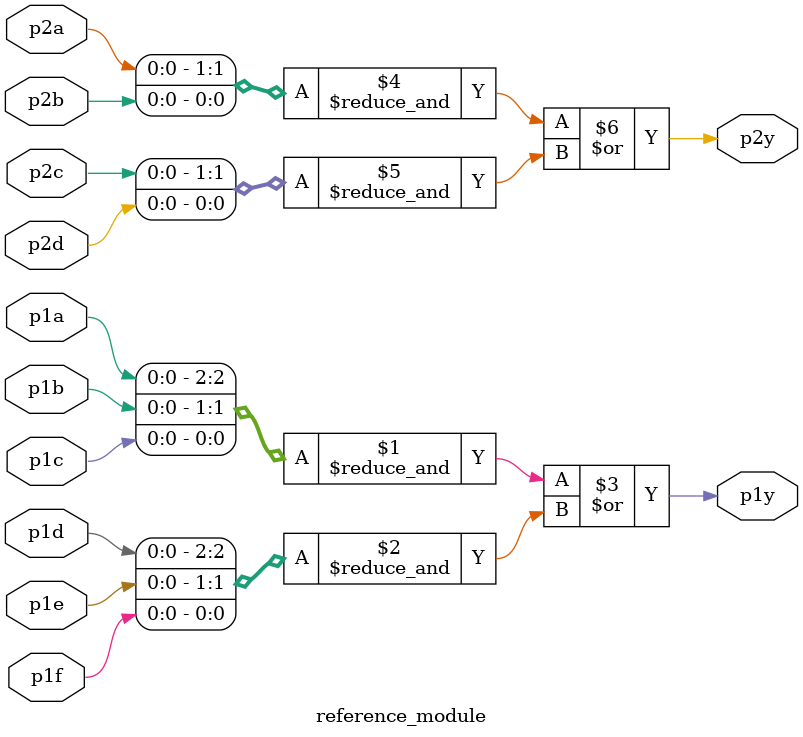
<source format=sv>
module reference_module(
	input p1a, 
	input p1b, 
	input p1c, 
	input p1d,
	input p1e,
	input p1f,
	output p1y, 
	input p2a, 
	input p2b, 
	input p2c, 
	input p2d, 
	output p2y
);
	
	assign p1y = &{p1a, p1b, p1c} | &{p1d, p1e, p1f};
	assign p2y = &{p2a, p2b} | &{p2c, p2d};
	
endmodule

</source>
